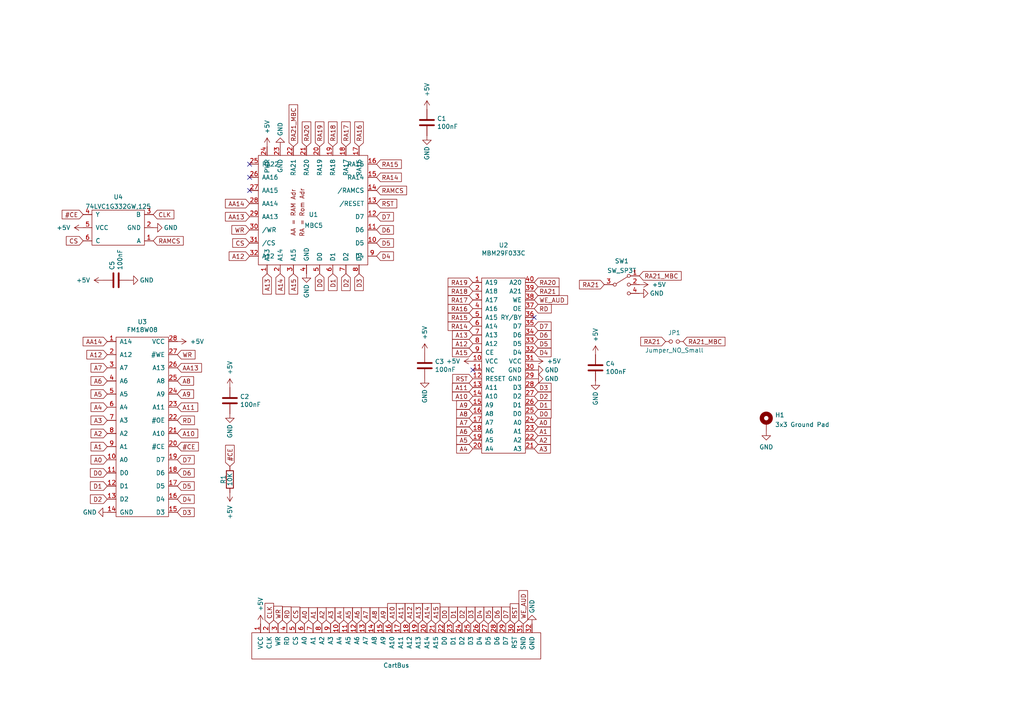
<source format=kicad_sch>
(kicad_sch (version 20211123) (generator eeschema)
  (paper "A4")
  (lib_symbols
    (symbol "Device:C" (pin_numbers hide) (pin_names (offset 0.254))
      (property "Reference" "C" (at 0.635 2.54 0))
      (property "Value" "C" (at 0.635 -2.54 0))
      (symbol "C_0_1"
        (polyline (pts (xy -2.032 -0.762) (xy 2.032 -0.762)) (stroke (width 0.508)))
        (polyline (pts (xy -2.032 0.762) (xy 2.032 0.762)) (stroke (width 0.508)))
      )
      (symbol "C_1_1"
        (pin passive line (at 0 3.81 270) (length 2.794) (name "~") (number "1"))
        (pin passive line (at 0 -3.81 90) (length 2.794) (name "~") (number "2"))
      )
    )
    (symbol "Device:Jumper_NO_Small" (pin_numbers hide) (pin_names (offset 0.762) hide)
      (property "Reference" "JP" (at 0 2.032 0))
      (property "Value" "Jumper_NO_Small" (at 0.254 -1.524 0))
      (symbol "Jumper_NO_Small_0_1"
        (circle (center -1.016 0) (radius 0.508))
        (circle (center 1.016 0) (radius 0.508))
        (pin passive line (at -2.54 0 0) (length 1.016) (name "1") (number "1"))
        (pin passive line (at 2.54 0 180) (length 1.016) (name "2") (number "2"))
      )
    )
    (symbol "Device:R" (pin_numbers hide) (pin_names (offset 0))
      (property "Reference" "R" (at 2.032 0 90))
      (property "Value" "R" (at 0 0 90))
      (symbol "R_0_1"
        (rectangle (start -1.016 -2.54) (end 1.016 2.54) (stroke (width 0.254)))
      )
      (symbol "R_1_1"
        (pin passive line (at 0 3.81 270) (length 1.27) (name "~") (number "1"))
        (pin passive line (at 0 -3.81 90) (length 1.27) (name "~") (number "2"))
      )
    )
    (symbol "Gameboy:74LVC1G332GW,125" (pin_names (offset 1.016))
      (property "Reference" "U5" (at -1.27 1.905 0))
      (property "Value" "74LVC1G332GW,125" (at 11.43 8.89 0))
      (symbol "74LVC1G332GW,125_0_1"
        (rectangle (start -7.62 0) (end 7.62 -10.16))
      )
      (symbol "74LVC1G332GW,125_1_1"
        (pin unspecified line (at 10.16 -8.89 180) (length 2.54) (name "A") (number "1"))
        (pin unspecified line (at 10.16 -5.08 180) (length 2.54) (name "GND") (number "2"))
        (pin unspecified line (at 10.16 -1.27 180) (length 2.54) (name "B") (number "3"))
        (pin unspecified line (at -10.16 -1.27 0) (length 2.54) (name "Y") (number "4"))
        (pin unspecified line (at -10.16 -5.08 0) (length 2.54) (name "VCC") (number "5"))
        (pin unspecified line (at -10.16 -8.89 0) (length 2.54) (name "C") (number "6"))
      )
    )
    (symbol "Gameboy:Cartridge_Bus" (pin_names (offset 1.016))
      (property "Reference" "U0" (at 24.13 -9.4488 0))
      (property "Value" "Cartridge_Bus" (at 24.13 -11.7602 0))
      (symbol "Cartridge_Bus_0_1"
        (rectangle (start 66.04 0) (end -17.78 -7.62))
      )
      (symbol "Cartridge_Bus_1_1"
        (pin unspecified line (at -15.24 2.54 270) (length 2.54) (name "VCC") (number "1"))
        (pin unspecified line (at 7.62 2.54 270) (length 2.54) (name "A4") (number "10"))
        (pin unspecified line (at 10.16 2.54 270) (length 2.54) (name "A5") (number "11"))
        (pin unspecified line (at 12.7 2.54 270) (length 2.54) (name "A6") (number "12"))
        (pin unspecified line (at 15.24 2.54 270) (length 2.54) (name "A7") (number "13"))
        (pin unspecified line (at 17.78 2.54 270) (length 2.54) (name "A8") (number "14"))
        (pin unspecified line (at 20.32 2.54 270) (length 2.54) (name "A9") (number "15"))
        (pin unspecified line (at 22.86 2.54 270) (length 2.54) (name "A10") (number "16"))
        (pin unspecified line (at 25.4 2.54 270) (length 2.54) (name "A11") (number "17"))
        (pin unspecified line (at 27.94 2.54 270) (length 2.54) (name "A12") (number "18"))
        (pin unspecified line (at 30.48 2.54 270) (length 2.54) (name "A13") (number "19"))
        (pin unspecified line (at -12.7 2.54 270) (length 2.54) (name "CLK~{}") (number "2"))
        (pin unspecified line (at 33.02 2.54 270) (length 2.54) (name "A14") (number "20"))
        (pin unspecified line (at 35.56 2.54 270) (length 2.54) (name "A15") (number "21"))
        (pin unspecified line (at 38.1 2.54 270) (length 2.54) (name "D0") (number "22"))
        (pin unspecified line (at 40.64 2.54 270) (length 2.54) (name "D1") (number "23"))
        (pin unspecified line (at 43.18 2.54 270) (length 2.54) (name "D2") (number "24"))
        (pin unspecified line (at 45.72 2.54 270) (length 2.54) (name "D3") (number "25"))
        (pin unspecified line (at 48.26 2.54 270) (length 2.54) (name "D4") (number "26"))
        (pin unspecified line (at 50.8 2.54 270) (length 2.54) (name "D5") (number "27"))
        (pin unspecified line (at 53.34 2.54 270) (length 2.54) (name "D6") (number "28"))
        (pin unspecified line (at 55.88 2.54 270) (length 2.54) (name "D7") (number "29"))
        (pin unspecified line (at -10.16 2.54 270) (length 2.54) (name "WR") (number "3"))
        (pin unspecified line (at 58.42 2.54 270) (length 2.54) (name "RST") (number "30"))
        (pin unspecified line (at 60.96 2.54 270) (length 2.54) (name "SND") (number "31"))
        (pin unspecified line (at 63.5 2.54 270) (length 2.54) (name "GND") (number "32"))
        (pin unspecified line (at -7.62 2.54 270) (length 2.54) (name "RD") (number "4"))
        (pin unspecified line (at -5.08 2.54 270) (length 2.54) (name "CS") (number "5"))
        (pin unspecified line (at -2.54 2.54 270) (length 2.54) (name "A0") (number "6"))
        (pin unspecified line (at 0 2.54 270) (length 2.54) (name "A1") (number "7"))
        (pin unspecified line (at 2.54 2.54 270) (length 2.54) (name "A2") (number "8"))
        (pin unspecified line (at 5.08 2.54 270) (length 2.54) (name "A3") (number "9"))
      )
    )
    (symbol "Gameboy:FM18W08" (pin_names (offset 1.016))
      (property "Reference" "U3" (at 0 4.445 0))
      (property "Value" "FM18W08" (at 0 -24.765 0))
      (symbol "FM18W08_0_1"
        (rectangle (start -7.62 29.21) (end 7.62 -22.86))
      )
      (symbol "FM18W08_1_1"
        (pin unspecified line (at -10.16 27.94 0) (length 2.54) (name "A14") (number "1"))
        (pin unspecified line (at -10.16 -6.35 0) (length 2.54) (name "A0") (number "10"))
        (pin unspecified line (at -10.16 -10.16 0) (length 2.54) (name "D0") (number "11"))
        (pin unspecified line (at -10.16 -13.97 0) (length 2.54) (name "D1") (number "12"))
        (pin unspecified line (at -10.16 -17.78 0) (length 2.54) (name "D2") (number "13"))
        (pin unspecified line (at -10.16 -21.59 0) (length 2.54) (name "GND") (number "14"))
        (pin unspecified line (at 10.16 -21.59 180) (length 2.54) (name "D3") (number "15"))
        (pin unspecified line (at 10.16 -17.78 180) (length 2.54) (name "D4") (number "16"))
        (pin unspecified line (at 10.16 -13.97 180) (length 2.54) (name "D5") (number "17"))
        (pin unspecified line (at 10.16 -10.16 180) (length 2.54) (name "D6") (number "18"))
        (pin unspecified line (at 10.16 -6.35 180) (length 2.54) (name "D7") (number "19"))
        (pin unspecified line (at -10.16 24.13 0) (length 2.54) (name "A12") (number "2"))
        (pin unspecified line (at 10.16 -2.54 180) (length 2.54) (name "#CE") (number "20"))
        (pin unspecified line (at 10.16 1.27 180) (length 2.54) (name "A10") (number "21"))
        (pin unspecified line (at 10.16 5.08 180) (length 2.54) (name "#OE") (number "22"))
        (pin unspecified line (at 10.16 8.89 180) (length 2.54) (name "A11") (number "23"))
        (pin unspecified line (at 10.16 12.7 180) (length 2.54) (name "A9") (number "24"))
        (pin unspecified line (at 10.16 16.51 180) (length 2.54) (name "A8") (number "25"))
        (pin unspecified line (at 10.16 20.32 180) (length 2.54) (name "A13") (number "26"))
        (pin unspecified line (at 10.16 24.13 180) (length 2.54) (name "#WE") (number "27"))
        (pin unspecified line (at 10.16 27.94 180) (length 2.54) (name "VCC") (number "28"))
        (pin unspecified line (at -10.16 20.32 0) (length 2.54) (name "A7") (number "3"))
        (pin unspecified line (at -10.16 16.51 0) (length 2.54) (name "A6") (number "4"))
        (pin unspecified line (at -10.16 12.7 0) (length 2.54) (name "A5") (number "5"))
        (pin unspecified line (at -10.16 8.89 0) (length 2.54) (name "A4") (number "6"))
        (pin unspecified line (at -10.16 5.08 0) (length 2.54) (name "A3") (number "7"))
        (pin unspecified line (at -10.16 1.27 0) (length 2.54) (name "A2") (number "8"))
        (pin unspecified line (at -10.16 -2.54 0) (length 2.54) (name "A1") (number "9"))
      )
    )
    (symbol "Gameboy:MBC5" (pin_names (offset 1.016))
      (property "Reference" "U1" (at -22.225 -29.21 0))
      (property "Value" "MBC5" (at -23.495 -33.02 0))
      (symbol "MBC5_0_0"
        (text "AA = RAM Adr" (at -29.21 -30.48 900) (effects (font (size 1.27 1.27))))
        (text "RA = Rom Adr" (at -26.67 -30.48 900) (effects (font (size 1.27 1.27))))
      )
      (symbol "MBC5_1_1"
        (rectangle (start -39.37 -13.97) (end -7.62 -45.72))
        (pin unspecified line (at -36.83 -48.26 90) (length 2.54) (name "A13") (number "1"))
        (pin unspecified line (at -5.08 -39.37 180) (length 2.54) (name "D5") (number "10"))
        (pin unspecified line (at -5.08 -35.56 180) (length 2.54) (name "D6") (number "11"))
        (pin unspecified line (at -5.08 -31.75 180) (length 2.54) (name "D7") (number "12"))
        (pin unspecified line (at -5.08 -27.94 180) (length 2.54) (name "/RESET") (number "13"))
        (pin unspecified line (at -5.08 -24.13 180) (length 2.54) (name "/RAMCS") (number "14"))
        (pin unspecified line (at -5.08 -20.32 180) (length 2.54) (name "RA14") (number "15"))
        (pin unspecified line (at -5.08 -16.51 180) (length 2.54) (name "RA15") (number "16"))
        (pin unspecified line (at -10.16 -11.43 270) (length 2.54) (name "RA16") (number "17"))
        (pin unspecified line (at -13.97 -11.43 270) (length 2.54) (name "RA17") (number "18"))
        (pin unspecified line (at -17.78 -11.43 270) (length 2.54) (name "RA18") (number "19"))
        (pin unspecified line (at -33.02 -48.26 90) (length 2.54) (name "A14") (number "2"))
        (pin unspecified line (at -21.59 -11.43 270) (length 2.54) (name "RA19") (number "20"))
        (pin unspecified line (at -25.4 -11.43 270) (length 2.54) (name "RA20") (number "21"))
        (pin unspecified line (at -29.21 -11.43 270) (length 2.54) (name "RA21") (number "22"))
        (pin unspecified line (at -33.02 -11.43 270) (length 2.54) (name "GND") (number "23"))
        (pin unspecified line (at -36.83 -11.43 270) (length 2.54) (name "PWR") (number "24"))
        (pin unspecified line (at -41.91 -16.51 0) (length 2.54) (name "RA22") (number "25"))
        (pin unspecified line (at -41.91 -20.32 0) (length 2.54) (name "AA16") (number "26"))
        (pin unspecified line (at -41.91 -24.13 0) (length 2.54) (name "AA15") (number "27"))
        (pin unspecified line (at -41.91 -27.94 0) (length 2.54) (name "AA14") (number "28"))
        (pin unspecified line (at -41.91 -31.75 0) (length 2.54) (name "AA13") (number "29"))
        (pin unspecified line (at -29.21 -48.26 90) (length 2.54) (name "A15") (number "3"))
        (pin unspecified line (at -41.91 -35.56 0) (length 2.54) (name "/WR") (number "30"))
        (pin unspecified line (at -41.91 -39.37 0) (length 2.54) (name "/CS") (number "31"))
        (pin unspecified line (at -41.91 -43.18 0) (length 2.54) (name "A12") (number "32"))
        (pin unspecified line (at -25.4 -48.26 90) (length 2.54) (name "GND") (number "4"))
        (pin unspecified line (at -21.59 -48.26 90) (length 2.54) (name "D0") (number "5"))
        (pin unspecified line (at -17.78 -48.26 90) (length 2.54) (name "D1") (number "6"))
        (pin unspecified line (at -13.97 -48.26 90) (length 2.54) (name "D2") (number "7"))
        (pin unspecified line (at -10.16 -48.26 90) (length 2.54) (name "D3") (number "8"))
        (pin unspecified line (at -5.08 -43.18 180) (length 2.54) (name "D4") (number "9"))
      )
    )
    (symbol "Mechanical:MountingHole_Pad" (pin_numbers hide) (pin_names (offset 1.016) hide)
      (property "Reference" "H" (at 0 6.35 0))
      (property "Value" "MountingHole_Pad" (at 0 4.445 0))
      (symbol "MountingHole_Pad_0_1"
        (circle (center 0 1.27) (radius 1.27) (stroke (width 1.27)))
      )
      (symbol "MountingHole_Pad_1_1"
        (pin input line (at 0 -2.54 90) (length 2.54) (name "1") (number "1"))
      )
    )
    (symbol "Switch:SW_SP3T" (pin_names (offset 0) hide)
      (property "Reference" "SW" (at 0 5.08 0))
      (property "Value" "SW_SP3T" (at 0 -5.08 0))
      (symbol "SW_SP3T_0_1"
        (circle (center -2.032 0) (radius 0.4572))
        (polyline (pts (xy -1.651 0.254) (xy 1.651 2.286)))
        (circle (center 2.032 -2.54) (radius 0.4572))
        (circle (center 2.032 0) (radius 0.4572))
        (circle (center 2.032 2.54) (radius 0.4572))
      )
      (symbol "SW_SP3T_1_1"
        (pin passive line (at 5.08 2.54 180) (length 2.54) (name "1") (number "1"))
        (pin passive line (at 5.08 0 180) (length 2.54) (name "2") (number "2"))
        (pin passive line (at -5.08 0 0) (length 2.54) (name "3") (number "3"))
        (pin passive line (at 5.08 -2.54 180) (length 2.54) (name "4") (number "4"))
      )
    )
    (symbol "custom:MBM29F033C" (pin_names (offset 1.016))
      (property "Reference" "U" (at 0 -58.42 0))
      (property "Value" "MBM29F033C" (at 0 -5.08 0))
      (symbol "MBM29F033C_0_1"
        (rectangle (start -6.35 -6.35) (end 6.35 -57.15))
      )
      (symbol "MBM29F033C_1_1"
        (pin unspecified line (at -8.89 -7.62 0) (length 2.54) (name "A19") (number "1"))
        (pin unspecified line (at -8.89 -30.48 0) (length 2.54) (name "VCC") (number "10"))
        (pin unspecified line (at -8.89 -33.02 0) (length 2.54) (name "NC") (number "11"))
        (pin unspecified line (at -8.89 -35.56 0) (length 2.54) (name "RESET") (number "12"))
        (pin unspecified line (at -8.89 -38.1 0) (length 2.54) (name "A11") (number "13"))
        (pin unspecified line (at -8.89 -40.64 0) (length 2.54) (name "A10") (number "14"))
        (pin unspecified line (at -8.89 -43.18 0) (length 2.54) (name "A9") (number "15"))
        (pin unspecified line (at -8.89 -45.72 0) (length 2.54) (name "A8") (number "16"))
        (pin unspecified line (at -8.89 -48.26 0) (length 2.54) (name "A7") (number "17"))
        (pin unspecified line (at -8.89 -50.8 0) (length 2.54) (name "A6") (number "18"))
        (pin unspecified line (at -8.89 -53.34 0) (length 2.54) (name "A5") (number "19"))
        (pin unspecified line (at -8.89 -10.16 0) (length 2.54) (name "A18") (number "2"))
        (pin unspecified line (at -8.89 -55.88 0) (length 2.54) (name "A4") (number "20"))
        (pin unspecified line (at 8.89 -55.88 180) (length 2.54) (name "A3") (number "21"))
        (pin unspecified line (at 8.89 -53.34 180) (length 2.54) (name "A2") (number "22"))
        (pin unspecified line (at 8.89 -50.8 180) (length 2.54) (name "A1") (number "23"))
        (pin unspecified line (at 8.89 -48.26 180) (length 2.54) (name "A0") (number "24"))
        (pin unspecified line (at 8.89 -45.72 180) (length 2.54) (name "D0") (number "25"))
        (pin unspecified line (at 8.89 -43.18 180) (length 2.54) (name "D1") (number "26"))
        (pin unspecified line (at 8.89 -40.64 180) (length 2.54) (name "D2") (number "27"))
        (pin unspecified line (at 8.89 -38.1 180) (length 2.54) (name "D3") (number "28"))
        (pin unspecified line (at 8.89 -35.56 180) (length 2.54) (name "GND") (number "29"))
        (pin unspecified line (at -8.89 -12.7 0) (length 2.54) (name "A17") (number "3"))
        (pin unspecified line (at 8.89 -33.02 180) (length 2.54) (name "GND") (number "30"))
        (pin unspecified line (at 8.89 -30.48 180) (length 2.54) (name "VCC") (number "31"))
        (pin unspecified line (at 8.89 -27.94 180) (length 2.54) (name "D4") (number "32"))
        (pin unspecified line (at 8.89 -25.4 180) (length 2.54) (name "D5") (number "33"))
        (pin unspecified line (at 8.89 -22.86 180) (length 2.54) (name "D6") (number "34"))
        (pin unspecified line (at 8.89 -20.32 180) (length 2.54) (name "D7") (number "35"))
        (pin unspecified line (at 8.89 -17.78 180) (length 2.54) (name "RY/BY") (number "36"))
        (pin unspecified line (at 8.89 -15.24 180) (length 2.54) (name "OE") (number "37"))
        (pin unspecified line (at 8.89 -12.7 180) (length 2.54) (name "WE") (number "38"))
        (pin unspecified line (at 8.89 -10.16 180) (length 2.54) (name "A21") (number "39"))
        (pin unspecified line (at -8.89 -15.24 0) (length 2.54) (name "A16") (number "4"))
        (pin unspecified line (at 8.89 -7.62 180) (length 2.54) (name "A20") (number "40"))
        (pin unspecified line (at -8.89 -17.78 0) (length 2.54) (name "A15") (number "5"))
        (pin unspecified line (at -8.89 -20.32 0) (length 2.54) (name "A14") (number "6"))
        (pin unspecified line (at -8.89 -22.86 0) (length 2.54) (name "A13") (number "7"))
        (pin unspecified line (at -8.89 -25.4 0) (length 2.54) (name "A12") (number "8"))
        (pin unspecified line (at -8.89 -27.94 0) (length 2.54) (name "CE") (number "9"))
      )
    )
    (symbol "power:+5V" (power) (pin_names (offset 0))
      (property "Value" "+5V" (at 0 3.556 0))
      (symbol "+5V_0_1"
        (polyline (pts (xy -0.762 1.27) (xy 0 2.54)))
        (polyline (pts (xy 0 0) (xy 0 2.54)))
        (polyline (pts (xy 0 2.54) (xy 0.762 1.27)))
      )
      (symbol "+5V_1_1"
        (pin power_in line (at 0 0 90) (length 0) hide (name "+5V") (number "1"))
      )
    )
    (symbol "power:GND" (power) (pin_names (offset 0))
      (property "Value" "GND" (at 0 -3.81 0))
      (symbol "GND_0_1"
        (polyline (pts (xy 0 0) (xy 0 -1.27) (xy 1.27 -1.27) (xy 0 -2.54) (xy -1.27 -1.27) (xy 0 -1.27)))
      )
      (symbol "GND_1_1"
        (pin power_in line (at 0 0 270) (length 0) hide (name "GND") (number "1"))
      )
    )
  )
  (no_connect (at 137.16 107.315))
  (no_connect (at 154.94 92.075))
  (no_connect (at 72.39 51.435))
  (no_connect (at 72.39 55.245))
  (no_connect (at 72.39 47.625))
  (global_label "A8" (shape input) (at 51.435 110.49 0) (property "Intersheet References" "${INTERSHEET_REFS}" (effects hide)))
  (global_label "A11" (shape input) (at 137.16 112.395 180) (property "Intersheet References" "${INTERSHEET_REFS}" (effects hide)))
  (global_label "D6" (shape input) (at 154.94 97.155 0) (property "Intersheet References" "${INTERSHEET_REFS}" (effects hide)))
  (global_label "A4" (shape input) (at 137.16 130.175 180) (property "Intersheet References" "${INTERSHEET_REFS}" (effects hide)))
  (global_label "RA17" (shape input) (at 100.33 42.545 90) (property "Intersheet References" "${INTERSHEET_REFS}" (effects hide)))
  (global_label "A0" (shape input) (at 88.265 180.975 90) (property "Intersheet References" "${INTERSHEET_REFS}" (effects hide)))
  (global_label "A12" (shape input) (at 72.39 74.295 180) (property "Intersheet References" "${INTERSHEET_REFS}" (effects hide)))
  (global_label "D7" (shape input) (at 154.94 94.615 0) (property "Intersheet References" "${INTERSHEET_REFS}" (effects hide)))
  (global_label "A6" (shape input) (at 31.115 110.49 180) (property "Intersheet References" "${INTERSHEET_REFS}" (effects hide)))
  (global_label "WE_AUD" (shape input) (at 151.765 180.975 90) (property "Intersheet References" "${INTERSHEET_REFS}" (effects hide)))
  (global_label "A4" (shape input) (at 98.425 180.975 90) (property "Intersheet References" "${INTERSHEET_REFS}" (effects hide)))
  (global_label "#CE" (shape input) (at 24.13 62.23 180) (property "Intersheet References" "${INTERSHEET_REFS}" (effects hide)))
  (global_label "#CE" (shape input) (at 51.435 129.54 0) (property "Intersheet References" "${INTERSHEET_REFS}" (effects hide)))
  (global_label "RST" (shape input) (at 109.22 59.055 0) (property "Intersheet References" "${INTERSHEET_REFS}" (effects hide)))
  (global_label "RA14" (shape input) (at 137.16 94.615 180) (property "Intersheet References" "${INTERSHEET_REFS}" (effects hide)))
  (global_label "D7" (shape input) (at 146.685 180.975 90) (property "Intersheet References" "${INTERSHEET_REFS}" (effects hide)))
  (global_label "AA13" (shape input) (at 72.39 62.865 180) (property "Intersheet References" "${INTERSHEET_REFS}" (effects hide)))
  (global_label "RA18" (shape input) (at 137.16 84.455 180) (property "Intersheet References" "${INTERSHEET_REFS}" (effects hide)))
  (global_label "D4" (shape input) (at 51.435 144.78 0) (property "Intersheet References" "${INTERSHEET_REFS}" (effects hide)))
  (global_label "A14" (shape input) (at 123.825 180.975 90) (property "Intersheet References" "${INTERSHEET_REFS}" (effects hide)))
  (global_label "D3" (shape input) (at 51.435 148.59 0) (property "Intersheet References" "${INTERSHEET_REFS}" (effects hide)))
  (global_label "D5" (shape input) (at 109.22 70.485 0) (property "Intersheet References" "${INTERSHEET_REFS}" (effects hide)))
  (global_label "A12" (shape input) (at 118.745 180.975 90) (property "Intersheet References" "${INTERSHEET_REFS}" (effects hide)))
  (global_label "A2" (shape input) (at 31.115 125.73 180) (property "Intersheet References" "${INTERSHEET_REFS}" (effects hide)))
  (global_label "A9" (shape input) (at 137.16 117.475 180) (property "Intersheet References" "${INTERSHEET_REFS}" (effects hide)))
  (global_label "A7" (shape input) (at 137.16 122.555 180) (property "Intersheet References" "${INTERSHEET_REFS}" (effects hide)))
  (global_label "A15" (shape input) (at 126.365 180.975 90) (property "Intersheet References" "${INTERSHEET_REFS}" (effects hide)))
  (global_label "A6" (shape input) (at 137.16 125.095 180) (property "Intersheet References" "${INTERSHEET_REFS}" (effects hide)))
  (global_label "RA20" (shape input) (at 88.9 42.545 90) (property "Intersheet References" "${INTERSHEET_REFS}" (effects hide)))
  (global_label "RA21" (shape input) (at 193.04 99.06 180) (property "Intersheet References" "${INTERSHEET_REFS}" (effects hide)))
  (global_label "A10" (shape input) (at 113.665 180.975 90) (property "Intersheet References" "${INTERSHEET_REFS}" (effects hide)))
  (global_label "RA19" (shape input) (at 137.16 81.915 180) (property "Intersheet References" "${INTERSHEET_REFS}" (effects hide)))
  (global_label "D4" (shape input) (at 154.94 102.235 0) (property "Intersheet References" "${INTERSHEET_REFS}" (effects hide)))
  (global_label "D2" (shape input) (at 31.115 144.78 180) (property "Intersheet References" "${INTERSHEET_REFS}" (effects hide)))
  (global_label "A11" (shape input) (at 116.205 180.975 90) (property "Intersheet References" "${INTERSHEET_REFS}" (effects hide)))
  (global_label "D4" (shape input) (at 139.065 180.975 90) (property "Intersheet References" "${INTERSHEET_REFS}" (effects hide)))
  (global_label "A5" (shape input) (at 31.115 114.3 180) (property "Intersheet References" "${INTERSHEET_REFS}" (effects hide)))
  (global_label "D2" (shape input) (at 100.33 79.375 270) (property "Intersheet References" "${INTERSHEET_REFS}" (effects hide)))
  (global_label "D1" (shape input) (at 131.445 180.975 90) (property "Intersheet References" "${INTERSHEET_REFS}" (effects hide)))
  (global_label "RAMCS" (shape input) (at 44.45 69.85 0) (property "Intersheet References" "${INTERSHEET_REFS}" (effects hide)))
  (global_label "RD" (shape input) (at 51.435 121.92 0) (property "Intersheet References" "${INTERSHEET_REFS}" (effects hide)))
  (global_label "RA15" (shape input) (at 137.16 92.075 180) (property "Intersheet References" "${INTERSHEET_REFS}" (effects hide)))
  (global_label "RD" (shape input) (at 83.185 180.975 90) (property "Intersheet References" "${INTERSHEET_REFS}" (effects hide)))
  (global_label "RST" (shape input) (at 137.16 109.855 180) (property "Intersheet References" "${INTERSHEET_REFS}" (effects hide)))
  (global_label "RA21" (shape input) (at 175.26 82.55 180) (property "Intersheet References" "${INTERSHEET_REFS}" (effects hide)))
  (global_label "A14" (shape input) (at 81.28 79.375 270) (property "Intersheet References" "${INTERSHEET_REFS}" (effects hide)))
  (global_label "D5" (shape input) (at 51.435 140.97 0) (property "Intersheet References" "${INTERSHEET_REFS}" (effects hide)))
  (global_label "A13" (shape input) (at 77.47 79.375 270) (property "Intersheet References" "${INTERSHEET_REFS}" (effects hide)))
  (global_label "A10" (shape input) (at 137.16 114.935 180) (property "Intersheet References" "${INTERSHEET_REFS}" (effects hide)))
  (global_label "D6" (shape input) (at 109.22 66.675 0) (property "Intersheet References" "${INTERSHEET_REFS}" (effects hide)))
  (global_label "A13" (shape input) (at 121.285 180.975 90) (property "Intersheet References" "${INTERSHEET_REFS}" (effects hide)))
  (global_label "A3" (shape input) (at 31.115 121.92 180) (property "Intersheet References" "${INTERSHEET_REFS}" (effects hide)))
  (global_label "A9" (shape input) (at 111.125 180.975 90) (property "Intersheet References" "${INTERSHEET_REFS}" (effects hide)))
  (global_label "RA21_MBC" (shape input) (at 198.12 99.06 0) (property "Intersheet References" "${INTERSHEET_REFS}" (effects hide)))
  (global_label "RD" (shape input) (at 154.94 89.535 0) (property "Intersheet References" "${INTERSHEET_REFS}" (effects hide)))
  (global_label "A0" (shape input) (at 31.115 133.35 180) (property "Intersheet References" "${INTERSHEET_REFS}" (effects hide)))
  (global_label "A9" (shape input) (at 51.435 114.3 0) (property "Intersheet References" "${INTERSHEET_REFS}" (effects hide)))
  (global_label "RA16" (shape input) (at 104.14 42.545 90) (property "Intersheet References" "${INTERSHEET_REFS}" (effects hide)))
  (global_label "D1" (shape input) (at 154.94 117.475 0) (property "Intersheet References" "${INTERSHEET_REFS}" (effects hide)))
  (global_label "A8" (shape input) (at 137.16 120.015 180) (property "Intersheet References" "${INTERSHEET_REFS}" (effects hide)))
  (global_label "WR" (shape input) (at 51.435 102.87 0) (property "Intersheet References" "${INTERSHEET_REFS}" (effects hide)))
  (global_label "RA18" (shape input) (at 96.52 42.545 90) (property "Intersheet References" "${INTERSHEET_REFS}" (effects hide)))
  (global_label "A11" (shape input) (at 51.435 118.11 0) (property "Intersheet References" "${INTERSHEET_REFS}" (effects hide)))
  (global_label "D1" (shape input) (at 96.52 79.375 270) (property "Intersheet References" "${INTERSHEET_REFS}" (effects hide)))
  (global_label "CLK" (shape input) (at 44.45 62.23 0) (property "Intersheet References" "${INTERSHEET_REFS}" (effects hide)))
  (global_label "A12" (shape input) (at 31.115 102.87 180) (property "Intersheet References" "${INTERSHEET_REFS}" (effects hide)))
  (global_label "D0" (shape input) (at 128.905 180.975 90) (property "Intersheet References" "${INTERSHEET_REFS}" (effects hide)))
  (global_label "AA13" (shape input) (at 51.435 106.68 0) (property "Intersheet References" "${INTERSHEET_REFS}" (effects hide)))
  (global_label "RAMCS" (shape input) (at 109.22 55.245 0) (property "Intersheet References" "${INTERSHEET_REFS}" (effects hide)))
  (global_label "RA17" (shape input) (at 137.16 86.995 180) (property "Intersheet References" "${INTERSHEET_REFS}" (effects hide)))
  (global_label "RA21" (shape input) (at 154.94 84.455 0) (property "Intersheet References" "${INTERSHEET_REFS}" (effects hide)))
  (global_label "RST" (shape input) (at 149.225 180.975 90) (property "Intersheet References" "${INTERSHEET_REFS}" (effects hide)))
  (global_label "D5" (shape input) (at 141.605 180.975 90) (property "Intersheet References" "${INTERSHEET_REFS}" (effects hide)))
  (global_label "D7" (shape input) (at 51.435 133.35 0) (property "Intersheet References" "${INTERSHEET_REFS}" (effects hide)))
  (global_label "RA16" (shape input) (at 137.16 89.535 180) (property "Intersheet References" "${INTERSHEET_REFS}" (effects hide)))
  (global_label "CS" (shape input) (at 85.725 180.975 90) (property "Intersheet References" "${INTERSHEET_REFS}" (effects hide)))
  (global_label "A3" (shape input) (at 154.94 130.175 0) (property "Intersheet References" "${INTERSHEET_REFS}" (effects hide)))
  (global_label "A3" (shape input) (at 95.885 180.975 90) (property "Intersheet References" "${INTERSHEET_REFS}" (effects hide)))
  (global_label "D2" (shape input) (at 133.985 180.975 90) (property "Intersheet References" "${INTERSHEET_REFS}" (effects hide)))
  (global_label "RA21_MBC" (shape input) (at 85.09 42.545 90) (property "Intersheet References" "${INTERSHEET_REFS}" (effects hide)))
  (global_label "D5" (shape input) (at 154.94 99.695 0) (property "Intersheet References" "${INTERSHEET_REFS}" (effects hide)))
  (global_label "A1" (shape input) (at 31.115 129.54 180) (property "Intersheet References" "${INTERSHEET_REFS}" (effects hide)))
  (global_label "A13" (shape input) (at 137.16 97.155 180) (property "Intersheet References" "${INTERSHEET_REFS}" (effects hide)))
  (global_label "A0" (shape input) (at 154.94 122.555 0) (property "Intersheet References" "${INTERSHEET_REFS}" (effects hide)))
  (global_label "D0" (shape input) (at 154.94 120.015 0) (property "Intersheet References" "${INTERSHEET_REFS}" (effects hide)))
  (global_label "D6" (shape input) (at 51.435 137.16 0) (property "Intersheet References" "${INTERSHEET_REFS}" (effects hide)))
  (global_label "A7" (shape input) (at 31.115 106.68 180) (property "Intersheet References" "${INTERSHEET_REFS}" (effects hide)))
  (global_label "A6" (shape input) (at 103.505 180.975 90) (property "Intersheet References" "${INTERSHEET_REFS}" (effects hide)))
  (global_label "AA14" (shape input) (at 31.115 99.06 180) (property "Intersheet References" "${INTERSHEET_REFS}" (effects hide)))
  (global_label "RA15" (shape input) (at 109.22 47.625 0) (property "Intersheet References" "${INTERSHEET_REFS}" (effects hide)))
  (global_label "D7" (shape input) (at 109.22 62.865 0) (property "Intersheet References" "${INTERSHEET_REFS}" (effects hide)))
  (global_label "A8" (shape input) (at 108.585 180.975 90) (property "Intersheet References" "${INTERSHEET_REFS}" (effects hide)))
  (global_label "WR" (shape input) (at 80.645 180.975 90) (property "Intersheet References" "${INTERSHEET_REFS}" (effects hide)))
  (global_label "WR" (shape input) (at 72.39 66.675 180) (property "Intersheet References" "${INTERSHEET_REFS}" (effects hide)))
  (global_label "A5" (shape input) (at 137.16 127.635 180) (property "Intersheet References" "${INTERSHEET_REFS}" (effects hide)))
  (global_label "A12" (shape input) (at 137.16 99.695 180) (property "Intersheet References" "${INTERSHEET_REFS}" (effects hide)))
  (global_label "D0" (shape input) (at 31.115 137.16 180) (property "Intersheet References" "${INTERSHEET_REFS}" (effects hide)))
  (global_label "D0" (shape input) (at 92.71 79.375 270) (property "Intersheet References" "${INTERSHEET_REFS}" (effects hide)))
  (global_label "D3" (shape input) (at 154.94 112.395 0) (property "Intersheet References" "${INTERSHEET_REFS}" (effects hide)))
  (global_label "CS" (shape input) (at 72.39 70.485 180) (property "Intersheet References" "${INTERSHEET_REFS}" (effects hide)))
  (global_label "A4" (shape input) (at 31.115 118.11 180) (property "Intersheet References" "${INTERSHEET_REFS}" (effects hide)))
  (global_label "RA19" (shape input) (at 92.71 42.545 90) (property "Intersheet References" "${INTERSHEET_REFS}" (effects hide)))
  (global_label "A2" (shape input) (at 154.94 127.635 0) (property "Intersheet References" "${INTERSHEET_REFS}" (effects hide)))
  (global_label "A1" (shape input) (at 90.805 180.975 90) (property "Intersheet References" "${INTERSHEET_REFS}" (effects hide)))
  (global_label "D6" (shape input) (at 144.145 180.975 90) (property "Intersheet References" "${INTERSHEET_REFS}" (effects hide)))
  (global_label "RA21_MBC" (shape input) (at 185.42 80.01 0) (property "Intersheet References" "${INTERSHEET_REFS}" (effects hide)))
  (global_label "#CE" (shape input) (at 66.675 135.255 90) (property "Intersheet References" "${INTERSHEET_REFS}" (effects hide)))
  (global_label "A15" (shape input) (at 85.09 79.375 270) (property "Intersheet References" "${INTERSHEET_REFS}" (effects hide)))
  (global_label "A2" (shape input) (at 93.345 180.975 90) (property "Intersheet References" "${INTERSHEET_REFS}" (effects hide)))
  (global_label "A1" (shape input) (at 154.94 125.095 0) (property "Intersheet References" "${INTERSHEET_REFS}" (effects hide)))
  (global_label "D1" (shape input) (at 31.115 140.97 180) (property "Intersheet References" "${INTERSHEET_REFS}" (effects hide)))
  (global_label "A15" (shape input) (at 137.16 102.235 180) (property "Intersheet References" "${INTERSHEET_REFS}" (effects hide)))
  (global_label "CS" (shape input) (at 24.13 69.85 180) (property "Intersheet References" "${INTERSHEET_REFS}" (effects hide)))
  (global_label "A5" (shape input) (at 100.965 180.975 90) (property "Intersheet References" "${INTERSHEET_REFS}" (effects hide)))
  (global_label "D4" (shape input) (at 109.22 74.295 0) (property "Intersheet References" "${INTERSHEET_REFS}" (effects hide)))
  (global_label "D2" (shape input) (at 154.94 114.935 0) (property "Intersheet References" "${INTERSHEET_REFS}" (effects hide)))
  (global_label "WE_AUD" (shape input) (at 154.94 86.995 0) (property "Intersheet References" "${INTERSHEET_REFS}" (effects hide)))
  (global_label "A10" (shape input) (at 51.435 125.73 0) (property "Intersheet References" "${INTERSHEET_REFS}" (effects hide)))
  (global_label "RA14" (shape input) (at 109.22 51.435 0) (property "Intersheet References" "${INTERSHEET_REFS}" (effects hide)))
  (global_label "D3" (shape input) (at 136.525 180.975 90) (property "Intersheet References" "${INTERSHEET_REFS}" (effects hide)))
  (global_label "RA20" (shape input) (at 154.94 81.915 0) (property "Intersheet References" "${INTERSHEET_REFS}" (effects hide)))
  (global_label "D3" (shape input) (at 104.14 79.375 270) (property "Intersheet References" "${INTERSHEET_REFS}" (effects hide)))
  (global_label "AA14" (shape input) (at 72.39 59.055 180) (property "Intersheet References" "${INTERSHEET_REFS}" (effects hide)))
  (global_label "CLK" (shape input) (at 78.105 180.975 90) (property "Intersheet References" "${INTERSHEET_REFS}" (effects hide)))
  (global_label "A7" (shape input) (at 106.045 180.975 90) (property "Intersheet References" "${INTERSHEET_REFS}" (effects hide)))
  (symbol (lib_id "Gameboy:MBC5") (at 114.3 31.115 0) (unit 1)
    (property "Reference" "U1" (at 89.535 62.23 0) (effects (justify left)))
    (property "Value" "MBC5" (at 88.265 65.405 0) (effects (justify left)))
    (property "Footprint" "Package_QFP:LQFP-32_7x7mm_P0.8mm" (effects hide))
  )
  (symbol (lib_id "custom:MBM29F033C") (at 146.05 74.295 0) (unit 1)
    (property "Reference" "U2" (at 146.05 71.12 0))
    (property "Value" "MBM29F033C" (at 146.05 73.4314 0))
    (property "Footprint" "Package_SO:TSOP-I-40_18.4x10mm_P0.5mm" (effects hide))
  )
  (symbol (lib_id "Gameboy:FM18W08") (at 41.275 127 0) (unit 1)
    (property "Reference" "U3" (at 41.275 93.345 0))
    (property "Value" "FM18W08" (at 41.275 95.6564 0))
    (property "Footprint" "Package_SO:SOIC-28W_7.5x17.9mm_P1.27mm" (effects hide))
  )
  (symbol (lib_id "Gameboy:Cartridge_Bus") (at 90.805 183.515 0) (unit 1)
    (property "Reference" "J0" (effects hide))
    (property "Value" "CartBus" (at 114.935 192.9892 0))
    (property "Footprint" "Connector_GameBoy:GameBoy_GamePak_CGB-002_P1.50mm_Edge" (effects hide))
  )
  (symbol (lib_id "power:+5V") (at 75.565 180.975 0) (unit 1)
    (property "Reference" "#PWR0101" (effects hide))
    (property "Value" "+5V" (at 75.565 175.26 90))
  )
  (symbol (lib_id "power:GND") (at 154.305 180.975 180) (unit 1)
    (property "Reference" "#PWR0102" (effects hide))
    (property "Value" "GND" (at 154.305 175.895 90))
  )
  (symbol (lib_id "power:+5V") (at 51.435 99.06 270) (unit 1)
    (property "Reference" "#PWR0103" (effects hide))
    (property "Value" "+5V" (at 57.15 99.06 90))
  )
  (symbol (lib_id "power:GND") (at 31.115 148.59 270) (unit 1)
    (property "Reference" "#PWR0104" (effects hide))
    (property "Value" "GND" (at 26.035 148.59 90))
  )
  (symbol (lib_id "power:+5V") (at 137.16 104.775 90) (unit 1)
    (property "Reference" "#PWR0105" (effects hide))
    (property "Value" "+5V" (at 131.445 104.775 90))
  )
  (symbol (lib_id "power:GND") (at 154.94 107.315 90) (unit 1)
    (property "Reference" "#PWR0106" (effects hide))
    (property "Value" "GND" (at 160.02 107.315 90))
  )
  (symbol (lib_id "power:+5V") (at 154.94 104.775 270) (unit 1)
    (property "Reference" "#PWR0107" (effects hide))
    (property "Value" "+5V" (at 160.655 104.775 90))
  )
  (symbol (lib_id "power:GND") (at 154.94 109.855 90) (unit 1)
    (property "Reference" "#PWR0108" (effects hide))
    (property "Value" "GND" (at 160.02 109.855 90))
  )
  (symbol (lib_id "Device:C") (at 172.72 106.68 0) (unit 1)
    (property "Reference" "C4" (at 175.641 105.5116 0) (effects (justify left)))
    (property "Value" "100nF" (at 175.641 107.823 0) (effects (justify left)))
    (property "Footprint" "Capacitor_SMD:C_0603_1608Metric" (effects hide))
  )
  (symbol (lib_id "Device:C") (at 123.19 106.045 0) (unit 1)
    (property "Reference" "C3" (at 126.111 104.8766 0) (effects (justify left)))
    (property "Value" "100nF" (at 126.111 107.188 0) (effects (justify left)))
    (property "Footprint" "Capacitor_SMD:C_0603_1608Metric" (effects hide))
  )
  (symbol (lib_id "power:+5V") (at 123.19 102.235 0) (unit 1)
    (property "Reference" "#PWR0109" (effects hide))
    (property "Value" "+5V" (at 123.19 96.52 90))
  )
  (symbol (lib_id "power:+5V") (at 172.72 102.87 0) (unit 1)
    (property "Reference" "#PWR0110" (effects hide))
    (property "Value" "+5V" (at 172.72 97.155 90))
  )
  (symbol (lib_id "power:GND") (at 172.72 110.49 0) (unit 1)
    (property "Reference" "#PWR0111" (effects hide))
    (property "Value" "GND" (at 172.72 115.57 90))
  )
  (symbol (lib_id "power:GND") (at 123.19 109.855 0) (unit 1)
    (property "Reference" "#PWR0112" (effects hide))
    (property "Value" "GND" (at 123.19 114.935 90))
  )
  (symbol (lib_id "power:+5V") (at 77.47 42.545 0) (unit 1)
    (property "Reference" "#PWR0113" (effects hide))
    (property "Value" "+5V" (at 77.47 36.83 90))
  )
  (symbol (lib_id "power:GND") (at 81.28 42.545 180) (unit 1)
    (property "Reference" "#PWR0114" (effects hide))
    (property "Value" "GND" (at 81.28 37.465 90))
  )
  (symbol (lib_id "power:GND") (at 88.9 79.375 0) (unit 1)
    (property "Reference" "#PWR0115" (effects hide))
    (property "Value" "GND" (at 88.9 84.455 90))
  )
  (symbol (lib_id "Device:C") (at 123.825 35.56 0) (unit 1)
    (property "Reference" "C1" (at 126.746 34.3916 0) (effects (justify left)))
    (property "Value" "100nF" (at 126.746 36.703 0) (effects (justify left)))
    (property "Footprint" "Capacitor_SMD:C_0603_1608Metric" (effects hide))
  )
  (symbol (lib_id "power:+5V") (at 123.825 31.75 0) (unit 1)
    (property "Reference" "#PWR0116" (effects hide))
    (property "Value" "+5V" (at 123.825 26.035 90))
  )
  (symbol (lib_id "power:GND") (at 123.825 39.37 0) (unit 1)
    (property "Reference" "#PWR0117" (effects hide))
    (property "Value" "GND" (at 123.825 44.45 90))
  )
  (symbol (lib_id "Device:C") (at 66.675 116.205 0) (unit 1)
    (property "Reference" "C2" (at 69.596 115.0366 0) (effects (justify left)))
    (property "Value" "100nF" (at 69.596 117.348 0) (effects (justify left)))
    (property "Footprint" "Capacitor_SMD:C_0603_1608Metric" (effects hide))
  )
  (symbol (lib_id "power:+5V") (at 66.675 112.395 0) (unit 1)
    (property "Reference" "#PWR0118" (effects hide))
    (property "Value" "+5V" (at 66.675 106.68 90))
  )
  (symbol (lib_id "power:GND") (at 66.675 120.015 0) (unit 1)
    (property "Reference" "#PWR0119" (effects hide))
    (property "Value" "GND" (at 66.675 125.095 90))
  )
  (symbol (lib_id "Gameboy:74LVC1G332GW,125") (at 34.29 60.96 0) (unit 1)
    (property "Reference" "U4" (at 34.29 57.1205 0))
    (property "Value" "74LVC1G332GW,125" (at 34.29 59.8956 0))
    (property "Footprint" "Package_SO:TSOP-6_1.65x3.05mm_P0.95mm" (effects hide))
  )
  (symbol (lib_id "power:GND") (at 44.45 66.04 90) (unit 1)
    (property "Reference" "#PWR0124" (effects hide))
    (property "Value" "GND" (at 49.53 66.04 90))
  )
  (symbol (lib_id "power:GND") (at 185.42 85.09 90) (unit 1)
    (property "Reference" "#PWR0126" (effects hide))
    (property "Value" "GND" (at 190.5 85.09 90))
  )
  (symbol (lib_id "power:GND") (at 222.25 125.095 0) (unit 1)
    (property "Reference" "#PWR0125" (effects hide))
    (property "Value" "GND" (at 222.25 129.6575 0))
  )
  (symbol (lib_id "Device:Jumper_NO_Small") (at 195.58 99.06 0) (unit 1)
    (property "Reference" "JP1" (at 195.58 96.52 0))
    (property "Value" "Jumper_NO_Small" (at 195.58 101.6 0))
    (property "Footprint" "Jumper:SolderJumper-2_P1.3mm_Open_RoundedPad1.0x1.5mm" (effects hide))
  )
  (symbol (lib_id "power:+5V") (at 29.845 81.28 90) (unit 1)
    (property "Reference" "#PWR0122" (effects hide))
    (property "Value" "+5V" (at 24.13 81.28 90))
  )
  (symbol (lib_id "Mechanical:MountingHole_Pad") (at 222.25 122.555 0) (unit 1)
    (property "Reference" "H1" (at 224.79 120.3765 0) (effects (justify left)))
    (property "Value" "3x3 Ground Pad" (at 224.79 123.1516 0) (effects (justify left)))
    (property "Footprint" "Custom:Nintendo_3x3_GNDPad" (effects hide))
  )
  (symbol (lib_id "Device:R") (at 66.675 139.065 180) (unit 1)
    (property "Reference" "R1" (at 64.77 139.065 90))
    (property "Value" "10K" (at 66.675 139.065 90))
    (property "Footprint" "Resistor_SMD:R_0603_1608Metric" (effects hide))
  )
  (symbol (lib_id "Switch:SW_SP3T") (at 180.34 82.55 0) (unit 1)
    (property "Reference" "SW1" (at 180.34 75.7133 0))
    (property "Value" "SW_SP3T" (at 180.34 78.4884 0))
    (property "Footprint" "Custom:CUS-13TB-Aliex SP3T" (effects hide))
  )
  (symbol (lib_id "power:+5V") (at 24.13 66.04 90) (unit 1)
    (property "Reference" "#PWR0121" (effects hide))
    (property "Value" "+5V" (at 18.415 66.04 90))
  )
  (symbol (lib_id "power:+5V") (at 66.675 142.875 180) (unit 1)
    (property "Reference" "#PWR0120" (effects hide))
    (property "Value" "+5V" (at 66.675 148.59 90))
  )
  (symbol (lib_id "Device:C") (at 33.655 81.28 90) (unit 1)
    (property "Reference" "C5" (at 32.4866 78.359 0) (effects (justify left)))
    (property "Value" "100nF" (at 34.798 78.359 0) (effects (justify left)))
    (property "Footprint" "Capacitor_SMD:C_0603_1608Metric" (effects hide))
  )
  (symbol (lib_id "power:GND") (at 37.465 81.28 90) (unit 1)
    (property "Reference" "#PWR0123" (effects hide))
    (property "Value" "GND" (at 42.545 81.28 90))
  )
  (symbol (lib_id "power:+5V") (at 185.42 82.55 270) (unit 1)
    (property "Reference" "#PWR0127" (effects hide))
    (property "Value" "+5V" (at 191.135 82.55 90))
  )
)
</source>
